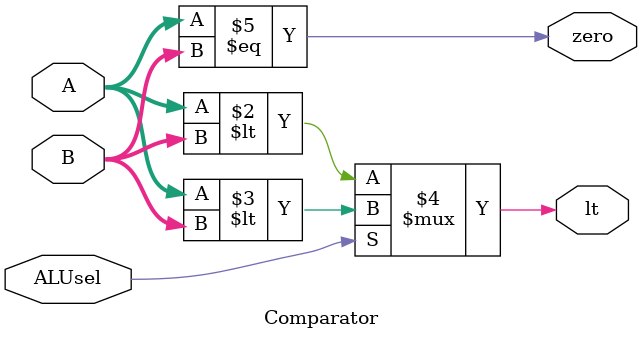
<source format=v>
module Comparator (
    input [31:0] A, B,
    input ALUsel,            // 0 for unsigned comparison, 1 for signed comparison
    output lt, zero
);

    assign lt = (ALUsel == 1'b0) ? (A < B) :
                ($signed(A) < $signed(B));

    assign zero = (A == B);

endmodule

</source>
